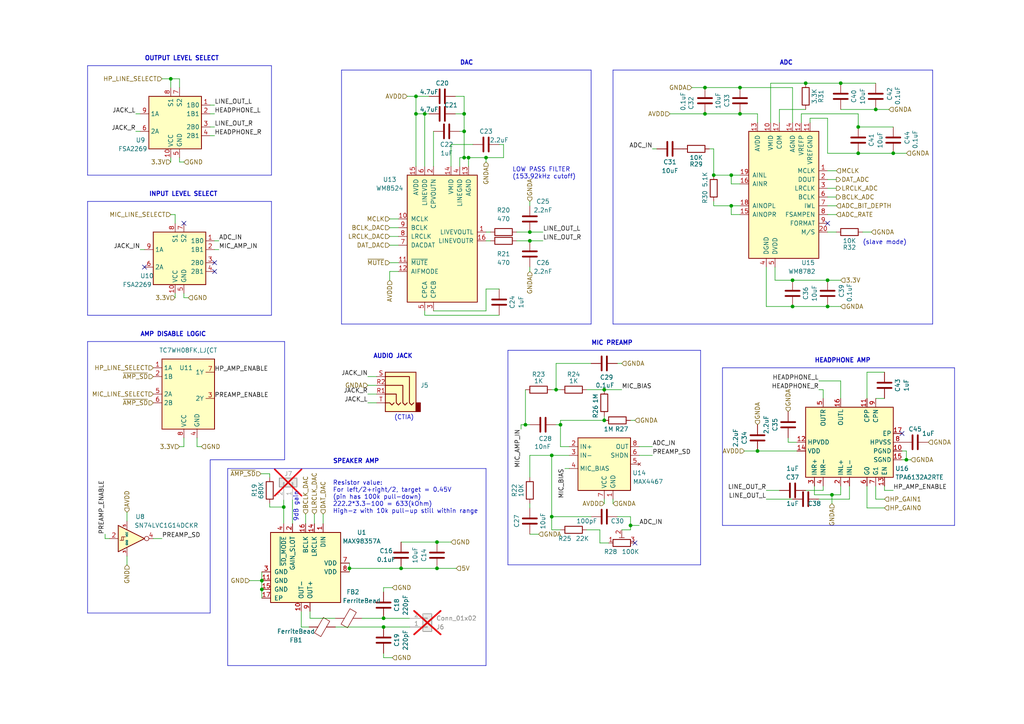
<source format=kicad_sch>
(kicad_sch (version 20250114) (generator "eeschema") (generator_version "9.0")
  (paper "A4")
  (title_block (title "Sonatino") (date "2025-02-22") (company "Lumination Labs, Inc."))
  (lib_symbols
    (symbol "74xGxx:SN74LVC1G14DBV"
      (property "Reference" "U" (at -2.54 5.08 0))
      (property "Value" "SN74LVC1G14DBV" (at 10.16 5.08 0))
      (symbol "SN74LVC1G14DBV_1_1"
        (pin input line (at -5.08 0 0) (length 2.54) (name "~") (number "2"))
        (pin power_in line (at 0 5.08 270) (length 2.54) (name "VCC") (number "5"))
        (pin power_in line (at 0 -5.08 90) (length 2.54) (name "GND") (number "3"))
        (pin no_connect line (at 5.08 0 180) (length 2.54) (hide yes) (name "NC") (number "1"))
        (pin output line (at 7.62 0 180) (length 1.27) (name "~") (number "4"))
      )
    )
    (symbol "Amplifier_Audio:TPA6132A2RTE"
      (property "Reference" "U" (at -7.62 13.97 0))
      (property "Value" "TPA6132A2RTE" (at 8.89 13.97 0))
      (symbol "TPA6132A2RTE_1_1"
        (pin input line (at -12.7 10.16 0) (length 2.54) (name "INR+") (number "3"))
        (pin input line (at -12.7 7.62 0) (length 2.54) (name "INR-") (number "4"))
        (pin input line (at -12.7 2.54 0) (length 2.54) (name "INL+") (number "2"))
        (pin input line (at -12.7 0 0) (length 2.54) (name "INL-") (number "1"))
        (pin input line (at -12.7 -5.08 0) (length 2.54) (name "G0") (number "6"))
        (pin input line (at -12.7 -7.62 0) (length 2.54) (name "G1") (number "7"))
        (pin input line (at -12.7 -10.16 0) (length 2.54) (name "EN") (number "13"))
        (pin power_in line (at -5.08 -15.24 90) (length 2.54) (name "SGND") (number "15"))
        (pin power_in line (at -2.54 15.24 270) (length 2.54) (name "VDD") (number "14"))
        (pin power_in line (at -2.54 -15.24 90) (length 2.54) (name "PGND") (number "10"))
        (pin power_in line (at 0 15.24 270) (length 2.54) (name "HPVDD") (number "12"))
        (pin power_in line (at 0 -15.24 90) (length 2.54) (name "HPVSS") (number "8"))
        (pin passive line (at 2.54 -15.24 90) (length 2.54) (name "EP") (number "17"))
        (pin output line (at 12.7 7.62 180) (length 2.54) (name "OUTR") (number "5"))
        (pin output line (at 12.7 2.54 180) (length 2.54) (name "OUTL") (number "16"))
        (pin passive line (at 12.7 -5.08 180) (length 2.54) (name "CPP") (number "11"))
        (pin passive line (at 12.7 -7.62 180) (length 2.54) (name "CPN") (number "9"))
      )
    )
    (symbol "Connector:AudioJack4"
      (property "Reference" "J" (at 0 8.89 0))
      (property "Value" "AudioJack4" (at 0 6.35 0))
      (symbol "AudioJack4_1_1"
        (pin passive line (at 5.08 2.54 180) (length 2.54) (name "~") (number "S"))
        (pin passive line (at 5.08 0 180) (length 2.54) (name "~") (number "R2"))
        (pin passive line (at 5.08 -2.54 180) (length 2.54) (name "~") (number "R1"))
        (pin passive line (at 5.08 -5.08 180) (length 2.54) (name "~") (number "T"))
      )
    )
    (symbol "Connector_Generic:Conn_01x02" (pin_names (offset 1.016) (hide yes))
      (property "Reference" "J" (at 0 2.54 0))
      (property "Value" "Conn_01x02" (at 0 -5.08 0))
      (symbol "Conn_01x02_1_1"
        (pin passive line (at -5.08 0 0) (length 3.81) (name "Pin_1") (number "1"))
        (pin passive line (at -5.08 -2.54 0) (length 3.81) (name "Pin_2") (number "2"))
      )
    )
    (symbol "Custom:FSA2269_Micropak"
      (property "Reference" "U" (at -7.62 -8.89 0))
      (property "Value" "FSA2269_Micropak" (at 3.81 -8.89 0))
      (symbol "FSA2269_Micropak_1_1"
        (pin bidirectional line (at -10.16 2.54 0) (length 2.54) (name "1A") (number "9"))
        (pin bidirectional line (at -10.16 -2.54 0) (length 2.54) (name "2A") (number "6"))
        (pin input line (at -1.27 10.16 270) (length 2.54) (name "S1") (number "8"))
        (pin power_in line (at -1.27 -10.16 90) (length 2.54) (name "VCC") (number "10"))
        (pin input line (at 1.27 10.16 270) (length 2.54) (name "S2") (number "7"))
        (pin power_in line (at 1.27 -10.16 90) (length 2.54) (name "GND") (number "5"))
        (pin bidirectional line (at 10.16 5.08 180) (length 2.54) (name "1B0") (number "1"))
        (pin bidirectional line (at 10.16 2.54 180) (length 2.54) (name "1B1") (number "2"))
        (pin bidirectional line (at 10.16 -1.27 180) (length 2.54) (name "2B0") (number "3"))
        (pin bidirectional line (at 10.16 -3.81 180) (length 2.54) (name "2B1") (number "4"))
      )
    )
    (symbol "Custom:MAX4467"
      (property "Reference" "U" (at -7.62 8.89 0))
      (property "Value" "MAX4467" (at 0 8.89 0))
      (symbol "MAX4467_1_1"
        (pin input line (at -10.16 5.08 0) (length 2.54) (name "IN+") (number "2"))
        (pin input line (at -10.16 2.54 0) (length 2.54) (name "IN-") (number "3"))
        (pin input line (at -10.16 -1.27 0) (length 2.54) (name "MIC_BIAS") (number "4"))
        (pin power_in line (at 0 -10.16 90) (length 2.54) (name "VCC") (number "7"))
        (pin power_in line (at 2.54 -10.16 90) (length 2.54) (name "GND") (number "1"))
        (pin output line (at 10.16 5.08 180) (length 2.54) (name "OUT") (number "8"))
        (pin input line (at 10.16 2.54 180) (length 2.54) (name "SHDN") (number "6"))
        (pin no_connect line (at 10.16 0 180) (length 2.54) (name "") (number "5"))
      )
    )
    (symbol "Custom:MAX98357A" (pin_names (offset 1.016))
      (property "Reference" "U" (at -8.89 8.89 0))
      (property "Value" "MAX98357A" (at 8.89 11.43 0))
      (symbol "MAX98357A_1_1"
        (pin input line (at -12.7 5.08 0) (length 2.54) (name "DIN") (number "1"))
        (pin input line (at -12.7 2.54 0) (length 2.54) (name "LRCLK") (number "14"))
        (pin input line (at -12.7 0 0) (length 2.54) (name "BCLK") (number "16"))
        (pin input line (at -12.7 -3.81 0) (length 2.54) (name "GAIN_SLOT") (number "2"))
        (pin input line (at -12.7 -6.35 0) (length 2.54) (name "~{SD_MODE}") (number "4"))
        (pin power_in line (at -1.27 12.7 270) (length 2.54) (name "VDD") (number "7"))
        (pin power_in line (at 1.27 12.7 270) (length 2.54) (name "VDD") (number "8"))
        (pin power_in line (at 1.27 -12.7 90) (length 2.54) (name "GND") (number "3"))
        (pin power_in line (at 3.81 -12.7 90) (length 2.54) (name "GND") (number "11"))
        (pin power_in line (at 6.35 -12.7 90) (length 2.54) (name "GND") (number "15"))
        (pin power_in line (at 8.89 -12.7 90) (length 2.54) (name "EP") (number "17"))
        (pin output line (at 12.7 1.27 180) (length 2.54) (name "OUT+") (number "9"))
        (pin output line (at 12.7 -1.27 180) (length 2.54) (name "OUT-") (number "10"))
      )
    )
    (symbol "Custom:SN74LVC2G08"
      (property "Reference" "U" (at -6.35 11.43 0))
      (property "Value" "SN74LVC2G08" (at 12.7 -12.7 0))
      (symbol "SN74LVC2G08_1_1"
        (pin input line (at -10.16 7.62 0) (length 2.54) (name "1A") (number "1"))
        (pin input line (at -10.16 5.08 0) (length 2.54) (name "1B") (number "2"))
        (pin input line (at -10.16 0 0) (length 2.54) (name "2A") (number "5"))
        (pin input line (at -10.16 -2.54 0) (length 2.54) (name "2B") (number "6"))
        (pin power_in line (at -1.27 -12.7 90) (length 2.54) (name "VCC") (number "8"))
        (pin power_in line (at 2.54 -12.7 90) (length 2.54) (name "GND") (number "4"))
        (pin output line (at 7.62 6.35 180) (length 2.54) (name "1Y") (number "7"))
        (pin output line (at 7.62 -1.27 180) (length 2.54) (name "2Y") (number "3"))
      )
    )
    (symbol "Custom:WM8524" (pin_names (offset 1.016))
      (property "Reference" "U" (at 3.81 6.35 0))
      (property "Value" "WM8524" (at 5.08 -17.78 0))
      (symbol "WM8524_1_1"
        (pin input line (at -12.7 5.08 0) (length 2.54) (name "MCLK") (number "10"))
        (pin input line (at -12.7 2.54 0) (length 2.54) (name "BCLK") (number "9"))
        (pin input line (at -12.7 0 0) (length 2.54) (name "LRCLK") (number "8"))
        (pin input line (at -12.7 -2.54 0) (length 2.54) (name "DACDAT") (number "7"))
        (pin input line (at -12.7 -7.62 0) (length 2.54) (name "~{MUTE}") (number "11"))
        (pin input line (at -12.7 -10.16 0) (length 2.54) (name "AIFMODE") (number "12"))
        (pin power_in line (at -7.62 20.32 270) (length 2.54) (name "AVDD") (number "15"))
        (pin power_in line (at -5.08 20.32 270) (length 2.54) (name "LINEVDD") (number "6"))
        (pin passive line (at -5.08 -21.59 90) (length 2.54) (name "CPCA") (number "5"))
        (pin passive line (at -2.54 20.32 270) (length 2.54) (name "CPVOUTN") (number "2"))
        (pin passive line (at -2.54 -21.59 90) (length 2.54) (name "CPCB") (number "3"))
        (pin passive line (at 2.54 20.32 270) (length 2.54) (name "VMID") (number "14"))
        (pin power_in line (at 5.08 20.32 270) (length 2.54) (name "LINEGND") (number "4"))
        (pin power_in line (at 7.62 20.32 270) (length 2.54) (name "AGND") (number "13"))
        (pin output line (at 12.7 1.27 180) (length 2.54) (name "LIVEVOUTL") (number "1"))
        (pin output line (at 12.7 -1.27 180) (length 2.54) (name "LINEVOUTR") (number "16"))
      )
    )
    (symbol "Custom:WM8782" (pin_names (offset 1.016))
      (property "Reference" "U" (at 0 -1.27 0))
      (property "Value" "WM8782" (at 5.08 -17.78 0))
      (symbol "WM8782_1_1"
        (pin input line (at -12.7 5.08 0) (length 2.54) (name "AINL") (number "19"))
        (pin passive line (at -12.7 2.54 0) (length 2.54) (name "AINR") (number "16"))
        (pin passive line (at -12.7 -3.81 0) (length 2.54) (name "AINOPL") (number "18"))
        (pin passive line (at -12.7 -6.35 0) (length 2.54) (name "AINOPR") (number "15"))
        (pin power_in line (at -7.62 20.32 270) (length 2.54) (name "AVDD") (number "13"))
        (pin power_in line (at -5.08 -21.59 90) (length 2.54) (name "DGND") (number "4"))
        (pin power_in line (at -3.81 20.32 270) (length 2.54) (name "VMID") (number "10"))
        (pin power_in line (at -2.54 -21.59 90) (length 2.54) (name "DVDD") (number "5"))
        (pin power_in line (at -1.27 20.32 270) (length 2.54) (name "COM") (number "17"))
        (pin power_in line (at 2.54 20.32 270) (length 2.54) (name "AGND") (number "14"))
        (pin power_in line (at 5.08 20.32 270) (length 2.54) (name "VREFP") (number "12"))
        (pin power_in line (at 7.62 20.32 270) (length 2.54) (name "VREFGND") (number "11"))
        (pin input line (at 12.7 6.35 180) (length 2.54) (name "MCLK") (number "1"))
        (pin output line (at 12.7 3.81 180) (length 2.54) (name "DOUT") (number "2"))
        (pin bidirectional line (at 12.7 1.27 180) (length 2.54) (name "LRCLK") (number "3"))
        (pin bidirectional line (at 12.7 -1.27 180) (length 2.54) (name "BCLK") (number "6"))
        (pin input line (at 12.7 -3.81 180) (length 2.54) (name "IWL") (number "7"))
        (pin input line (at 12.7 -6.35 180) (length 2.54) (name "FSAMPEN") (number "8"))
        (pin input line (at 12.7 -8.89 180) (length 2.54) (name "FORMAT") (number "9"))
        (pin input line (at 12.7 -11.43 180) (length 2.54) (name "M/S") (number "20"))
      )
    )
    (symbol "Device:C" (pin_numbers (hide yes)) (pin_names (offset 0.254))
      (property "Reference" "C" (at 0.635 2.54 0))
      (property "Value" "C" (at 0.635 -2.54 0))
      (symbol "C_1_1"
        (pin passive line (at 0 3.81 270) (length 2.794) (name "~") (number "1"))
        (pin passive line (at 0 -3.81 90) (length 2.794) (name "~") (number "2"))
      )
    )
    (symbol "Device:FerriteBead" (pin_numbers (hide yes)) (pin_names (offset 0))
      (property "Reference" "FB" (at -3.81 0.635 90))
      (property "Value" "FerriteBead" (at 3.81 0 90))
      (symbol "FerriteBead_1_1"
        (pin passive line (at 0 3.81 270) (length 2.54) (name "~") (number "1"))
        (pin passive line (at 0 -3.81 90) (length 2.54) (name "~") (number "2"))
      )
    )
    (symbol "Device:R" (pin_numbers (hide yes)) (pin_names (offset 0))
      (property "Reference" "R" (at 2.032 0 90))
      (property "Value" "R" (at 0 0 90))
      (symbol "R_1_1"
        (pin passive line (at 0 3.81 270) (length 1.27) (name "~") (number "1"))
        (pin passive line (at 0 -3.81 90) (length 1.27) (name "~") (number "2"))
      )
    )
    (symbol "Device:R_Potentiometer_Trim" (pin_names (offset 1.016) (hide yes))
      (property "Reference" "RV" (at -4.445 0 90))
      (property "Value" "R_Potentiometer_Trim" (at -2.54 0 90))
      (symbol "R_Potentiometer_Trim_1_1"
        (pin passive line (at 0 3.81 270) (length 1.27) (name "1") (number "1"))
        (pin passive line (at 0 -3.81 90) (length 1.27) (name "3") (number "3"))
        (pin passive line (at 3.81 0 180) (length 1.27) (name "2") (number "2"))
      )
    )
  )
  (text "9dB gain" (at 86.614 151.384 90) (effects (font (size 1.27 1.27)) (justify left bottom)))
  (text "ADC" (at 226.06 19.05 0) (effects (font (size 1.27 1.27) (thickness 0.254) (bold yes)) (justify left bottom)))
  (text "MIC PREAMP" (at 171.45 100.33 0) (effects (font (size 1.27 1.27) (thickness 0.254) (bold yes)) (justify left bottom)))
  (text "LOW PASS FILTER\n(153.92kHz cutoff)" (at 148.59 52.07 0) (effects (font (size 1.27 1.27)) (justify left bottom)))
  (text "INPUT LEVEL SELECT" (at 43.18 57.15 0) (effects (font (size 1.27 1.27) (thickness 0.254) (bold yes)) (justify left bottom)))
  (text "(slave mode)" (at 250.19 71.12 0) (effects (font (size 1.27 1.27)) (justify left bottom)))
  (text "SPEAKER AMP" (at 96.52 134.62 0) (effects (font (size 1.27 1.27) (thickness 0.254) (bold yes)) (justify left bottom)))
  (text "AMP DISABLE LOGIC" (at 40.64 97.79 0) (effects (font (size 1.27 1.27) (thickness 0.254) (bold yes)) (justify left bottom)))
  (text "OUTPUT LEVEL SELECT" (at 41.91 17.78 0) (effects (font (size 1.27 1.27) (thickness 0.254) (bold yes)) (justify left bottom)))
  (text "AUDIO JACK" (at 108.204 104.14 0) (effects (font (size 1.27 1.27) (thickness 0.254) (bold yes)) (justify left bottom)))
  (text "Resistor value:\nFor left/2+right/2, target = 0.45V\n(pin has 100k pull-down)\n222.2*3.3-100 = 633(kOhm)\nHigh-z with 10k pull-up still within range" (at 96.52 149.098 0) (effects (font (size 1.27 1.27)) (justify left bottom)))
  (text "DAC" (at 133.35 19.05 0) (effects (font (size 1.27 1.27) (thickness 0.254) (bold yes)) (justify left bottom)))
  (text "HEADPHONE AMP" (at 236.22 105.41 0) (effects (font (size 1.27 1.27) (thickness 0.254) (bold yes)) (justify left bottom)))
  (text "(CTIA)" (at 114.3 121.92 0) (effects (font (size 1.27 1.27)) (justify left bottom)))
  (junction (at 214.63 33.02))
  (junction (at 243.84 24.13))
  (junction (at 212.09 59.69))
  (junction (at 135.89 45.72))
  (junction (at 207.01 50.8))
  (junction (at 111.252 179.324))
  (junction (at 229.87 88.9))
  (junction (at 160.02 149.86))
  (junction (at 134.62 33.02))
  (junction (at 140.97 45.72))
  (junction (at 162.56 123.19))
  (junction (at 204.47 33.02))
  (junction (at 120.65 33.02))
  (junction (at 75.946 170.942))
  (junction (at 49.53 22.86))
  (junction (at 134.62 45.72))
  (junction (at 240.03 81.28))
  (junction (at 175.26 113.03))
  (junction (at 240.03 88.9))
  (junction (at 259.08 44.45))
  (junction (at 120.65 27.94))
  (junction (at 204.47 25.4))
  (junction (at 152.4 123.19))
  (junction (at 254 31.75))
  (junction (at 126.746 164.846))
  (junction (at 212.09 50.8))
  (junction (at 126.746 157.226))
  (junction (at 123.19 33.02))
  (junction (at 153.67 69.85))
  (junction (at 248.92 44.45))
  (junction (at 101.346 164.846))
  (junction (at 248.92 36.83))
  (junction (at 161.29 113.03))
  (junction (at 219.71 130.81))
  (junction (at 214.63 25.4))
  (junction (at 262.89 133.35))
  (junction (at 111.252 181.864))
  (junction (at 82.296 147.066))
  (junction (at 116.332 164.846))
  (junction (at 160.02 132.08))
  (junction (at 75.946 168.402))
  (junction (at 182.88 152.4))
  (junction (at 134.62 38.1))
  (junction (at 233.68 24.13))
  (junction (at 229.87 81.28))
  (junction (at 241.3 143.51))
  (junction (at 153.67 67.31))
  (junction (at 175.26 121.92))
  (no_connect (at 62.23 76.2))
  (no_connect (at 62.23 78.74))
  (no_connect (at 41.91 77.47))
  (no_connect (at 184.15 157.48))
  (no_connect (at 53.34 64.77))
  (no_connect (at 240.03 64.77))
  (no_connect (at 261.62 125.73))
  (polyline (pts (xy 147.32 163.83) (xy 203.2 163.83)))
  (wire (pts (xy 243.84 140.97) (xy 243.84 143.51)))
  (wire (pts (xy 101.346 165.862) (xy 101.346 164.846)))
  (wire (pts (xy 120.65 33.02) (xy 120.65 48.26)))
  (wire (pts (xy 256.54 140.97) (xy 256.54 142.24)))
  (polyline (pts (xy 66.04 135.89) (xy 66.04 193.04)))
  (wire (pts (xy 111.252 170.434) (xy 111.252 171.704)))
  (polyline (pts (xy 25.4 58.42) (xy 25.4 91.44)))
  (wire (pts (xy 173.99 153.67) (xy 173.99 157.48)))
  (wire (pts (xy 212.09 53.34) (xy 214.63 53.34)))
  (wire (pts (xy 229.87 81.28) (xy 240.03 81.28)))
  (wire (pts (xy 133.35 38.1) (xy 134.62 38.1)))
  (polyline (pts (xy 25.4 177.8) (xy 60.96 177.8)))
  (wire (pts (xy 52.07 22.86) (xy 49.53 22.86)))
  (wire (pts (xy 153.67 138.43) (xy 153.67 132.08)))
  (wire (pts (xy 151.13 123.19) (xy 152.4 123.19)))
  (wire (pts (xy 133.35 45.72) (xy 133.35 48.26)))
  (wire (pts (xy 106.68 111.76) (xy 109.22 111.76)))
  (wire (pts (xy 160.02 149.86) (xy 171.45 149.86)))
  (wire (pts (xy 75.692 137.414) (xy 78.232 137.414)))
  (polyline (pts (xy 25.4 50.8) (xy 78.74 50.8)))
  (wire (pts (xy 123.19 91.44) (xy 144.78 91.44)))
  (wire (pts (xy 165.1 135.89) (xy 163.83 135.89)))
  (wire (pts (xy 36.83 148.59) (xy 36.83 151.13)))
  (wire (pts (xy 87.376 177.292) (xy 87.376 181.864)))
  (wire (pts (xy 224.79 81.28) (xy 229.87 81.28)))
  (wire (pts (xy 53.34 86.36) (xy 53.34 85.09)))
  (wire (pts (xy 160.02 132.08) (xy 165.1 132.08)))
  (wire (pts (xy 135.89 45.72) (xy 135.89 48.26)))
  (wire (pts (xy 182.88 152.4) (xy 185.42 152.4)))
  (wire (pts (xy 153.67 67.31) (xy 157.48 67.31)))
  (wire (pts (xy 240.03 67.31) (xy 242.57 67.31)))
  (wire (pts (xy 60.96 36.83) (xy 62.23 36.83)))
  (polyline (pts (xy 99.06 20.32) (xy 99.06 93.98)))
  (wire (pts (xy 182.88 121.92) (xy 184.15 121.92)))
  (wire (pts (xy 240.03 57.15) (xy 242.57 57.15)))
  (wire (pts (xy 161.29 113.03) (xy 162.56 113.03)))
  (wire (pts (xy 256.54 144.78) (xy 254 144.78)))
  (polyline (pts (xy 276.86 152.4) (xy 276.86 106.68)))
  (wire (pts (xy 140.97 90.17) (xy 140.97 83.82)))
  (wire (pts (xy 125.73 90.17) (xy 140.97 90.17)))
  (wire (pts (xy 219.71 130.81) (xy 231.14 130.81)))
  (wire (pts (xy 237.49 110.49) (xy 243.84 110.49)))
  (wire (pts (xy 173.99 157.48) (xy 176.53 157.48)))
  (wire (pts (xy 237.49 144.78) (xy 246.38 144.78)))
  (wire (pts (xy 214.63 33.02) (xy 219.71 33.02)))
  (wire (pts (xy 106.68 114.3) (xy 109.22 114.3)))
  (wire (pts (xy 224.79 81.28) (xy 224.79 77.47)))
  (wire (pts (xy 243.84 143.51) (xy 241.3 143.51)))
  (wire (pts (xy 261.62 130.81) (xy 262.89 130.81)))
  (wire (pts (xy 134.62 45.72) (xy 133.35 45.72)))
  (wire (pts (xy 262.89 130.81) (xy 262.89 133.35)))
  (wire (pts (xy 87.376 181.864) (xy 89.662 181.864)))
  (wire (pts (xy 240.03 34.29) (xy 240.03 44.45)))
  (wire (pts (xy 222.25 144.78) (xy 229.87 144.78)))
  (wire (pts (xy 240.03 62.23) (xy 242.57 62.23)))
  (wire (pts (xy 53.34 127) (xy 53.34 129.54)))
  (wire (pts (xy 116.332 157.226) (xy 126.746 157.226)))
  (wire (pts (xy 146.05 41.91) (xy 144.78 41.91)))
  (polyline (pts (xy 25.4 19.05) (xy 78.74 19.05)))
  (wire (pts (xy 57.15 129.54) (xy 58.42 129.54)))
  (wire (pts (xy 248.92 33.02) (xy 248.92 36.83)))
  (wire (pts (xy 72.39 168.402) (xy 75.946 168.402)))
  (wire (pts (xy 175.26 146.05) (xy 175.26 144.78)))
  (wire (pts (xy 140.97 69.85) (xy 142.24 69.85)))
  (polyline (pts (xy 99.06 93.98) (xy 171.45 93.98)))
  (wire (pts (xy 160.02 113.03) (xy 161.29 113.03)))
  (wire (pts (xy 162.56 129.54) (xy 165.1 129.54)))
  (wire (pts (xy 49.53 22.86) (xy 46.99 22.86)))
  (wire (pts (xy 82.296 145.034) (xy 82.296 147.066)))
  (wire (pts (xy 153.67 77.47) (xy 153.67 78.74)))
  (wire (pts (xy 170.18 113.03) (xy 175.26 113.03)))
  (wire (pts (xy 229.87 88.9) (xy 240.03 88.9)))
  (wire (pts (xy 49.53 45.72) (xy 49.53 46.99)))
  (wire (pts (xy 161.29 105.41) (xy 161.29 113.03)))
  (wire (pts (xy 228.6 128.27) (xy 228.6 127)))
  (wire (pts (xy 93.726 149.098) (xy 93.726 151.892)))
  (wire (pts (xy 78.232 137.414) (xy 78.232 138.43)))
  (wire (pts (xy 259.08 44.45) (xy 262.89 44.45)))
  (wire (pts (xy 214.63 25.4) (xy 204.47 25.4)))
  (wire (pts (xy 36.83 161.29) (xy 36.83 163.83)))
  (wire (pts (xy 160.02 149.86) (xy 160.02 153.67)))
  (wire (pts (xy 236.22 140.97) (xy 236.22 143.51)))
  (wire (pts (xy 153.67 69.85) (xy 157.48 69.85)))
  (wire (pts (xy 60.96 30.48) (xy 62.23 30.48)))
  (wire (pts (xy 212.09 62.23) (xy 214.63 62.23)))
  (wire (pts (xy 116.332 164.846) (xy 126.746 164.846)))
  (wire (pts (xy 240.03 81.28) (xy 243.84 81.28)))
  (polyline (pts (xy 171.45 93.98) (xy 171.45 20.32)))
  (wire (pts (xy 256.54 142.24) (xy 259.08 142.24)))
  (wire (pts (xy 75.946 165.862) (xy 75.946 168.402)))
  (wire (pts (xy 190.5 43.18) (xy 189.23 43.18)))
  (wire (pts (xy 207.01 58.42) (xy 207.01 59.69)))
  (wire (pts (xy 177.8 146.05) (xy 177.8 144.78)))
  (polyline (pts (xy 66.04 193.04) (xy 140.97 193.04)))
  (wire (pts (xy 222.25 88.9) (xy 222.25 77.47)))
  (polyline (pts (xy 66.04 135.89) (xy 140.97 135.89)))
  (wire (pts (xy 248.92 44.45) (xy 259.08 44.45)))
  (wire (pts (xy 240.03 59.69) (xy 242.57 59.69)))
  (wire (pts (xy 256.54 147.32) (xy 251.46 147.32)))
  (wire (pts (xy 185.42 129.54) (xy 189.23 129.54)))
  (wire (pts (xy 30.48 154.94) (xy 30.48 156.21)))
  (wire (pts (xy 123.19 33.02) (xy 124.46 33.02)))
  (polyline (pts (xy 147.32 101.6) (xy 147.32 163.83)))
  (wire (pts (xy 179.07 149.86) (xy 182.88 149.86)))
  (wire (pts (xy 226.06 35.56) (xy 226.06 31.75)))
  (polyline (pts (xy 270.51 93.98) (xy 177.8 93.98)))
  (wire (pts (xy 254 115.57) (xy 256.54 115.57)))
  (wire (pts (xy 171.45 105.41) (xy 161.29 105.41)))
  (wire (pts (xy 130.81 41.91) (xy 137.16 41.91)))
  (wire (pts (xy 153.67 154.94) (xy 156.21 154.94)))
  (polyline (pts (xy 25.4 99.06) (xy 25.4 177.8)))
  (wire (pts (xy 113.03 66.04) (xy 115.57 66.04)))
  (wire (pts (xy 246.38 144.78) (xy 246.38 140.97)))
  (wire (pts (xy 233.68 142.24) (xy 238.76 142.24)))
  (wire (pts (xy 106.68 109.22) (xy 109.22 109.22)))
  (wire (pts (xy 179.07 105.41) (xy 180.34 105.41)))
  (wire (pts (xy 134.62 38.1) (xy 134.62 45.72)))
  (wire (pts (xy 44.45 156.21) (xy 46.99 156.21)))
  (wire (pts (xy 104.902 179.324) (xy 111.252 179.324)))
  (wire (pts (xy 50.8 62.23) (xy 49.53 62.23)))
  (wire (pts (xy 89.916 179.324) (xy 97.282 179.324)))
  (wire (pts (xy 53.34 46.99) (xy 52.07 46.99)))
  (wire (pts (xy 126.746 164.846) (xy 132.334 164.846)))
  (wire (pts (xy 264.16 133.35) (xy 262.89 133.35)))
  (wire (pts (xy 205.74 43.18) (xy 207.01 43.18)))
  (wire (pts (xy 140.97 45.72) (xy 135.89 45.72)))
  (wire (pts (xy 175.26 120.65) (xy 175.26 121.92)))
  (wire (pts (xy 40.64 72.39) (xy 41.91 72.39)))
  (wire (pts (xy 207.01 59.69) (xy 212.09 59.69)))
  (wire (pts (xy 101.346 164.846) (xy 116.332 164.846)))
  (wire (pts (xy 152.4 123.19) (xy 153.67 123.19)))
  (wire (pts (xy 223.52 24.13) (xy 223.52 35.56)))
  (wire (pts (xy 240.03 44.45) (xy 248.92 44.45)))
  (wire (pts (xy 82.296 147.066) (xy 82.296 151.892)))
  (wire (pts (xy 222.25 88.9) (xy 229.87 88.9)))
  (polyline (pts (xy 203.2 163.83) (xy 203.2 101.6)))
  (wire (pts (xy 152.4 113.03) (xy 152.4 123.19)))
  (wire (pts (xy 170.18 153.67) (xy 173.99 153.67)))
  (polyline (pts (xy 78.74 50.8) (xy 78.74 19.05)))
  (polyline (pts (xy 177.8 93.98) (xy 177.8 20.32)))
  (wire (pts (xy 106.68 116.84) (xy 109.22 116.84)))
  (wire (pts (xy 236.22 143.51) (xy 241.3 143.51)))
  (wire (pts (xy 113.03 81.28) (xy 113.03 78.74)))
  (wire (pts (xy 146.05 41.91) (xy 146.05 45.72)))
  (wire (pts (xy 238.76 142.24) (xy 238.76 140.97)))
  (polyline (pts (xy 25.4 91.44) (xy 78.74 91.44)))
  (wire (pts (xy 250.19 67.31) (xy 252.73 67.31)))
  (wire (pts (xy 234.95 34.29) (xy 240.03 34.29)))
  (wire (pts (xy 254 31.75) (xy 257.81 31.75)))
  (wire (pts (xy 233.68 24.13) (xy 243.84 24.13)))
  (wire (pts (xy 126.746 157.226) (xy 130.81 157.226)))
  (wire (pts (xy 113.03 76.2) (xy 115.57 76.2)))
  (wire (pts (xy 240.03 52.07) (xy 242.57 52.07)))
  (wire (pts (xy 53.34 129.54) (xy 52.07 129.54)))
  (wire (pts (xy 175.26 121.92) (xy 162.56 121.92)))
  (polyline (pts (xy 60.96 133.35) (xy 60.96 177.8)))
  (wire (pts (xy 113.03 63.5) (xy 115.57 63.5)))
  (wire (pts (xy 262.89 133.35) (xy 261.62 133.35)))
  (wire (pts (xy 226.06 31.75) (xy 233.68 31.75)))
  (wire (pts (xy 237.49 113.03) (xy 238.76 113.03)))
  (wire (pts (xy 189.23 132.08) (xy 185.42 132.08)))
  (wire (pts (xy 134.62 33.02) (xy 134.62 38.1)))
  (wire (pts (xy 243.84 110.49) (xy 243.84 115.57)))
  (wire (pts (xy 50.8 64.77) (xy 50.8 62.23)))
  (polyline (pts (xy 270.51 20.32) (xy 270.51 93.98)))
  (polyline (pts (xy 209.55 152.4) (xy 276.86 152.4)))
  (wire (pts (xy 232.41 35.56) (xy 232.41 33.02)))
  (wire (pts (xy 215.9 130.81) (xy 219.71 130.81)))
  (wire (pts (xy 60.96 33.02) (xy 62.23 33.02)))
  (wire (pts (xy 233.68 24.13) (xy 223.52 24.13)))
  (wire (pts (xy 243.84 31.75) (xy 254 31.75)))
  (wire (pts (xy 248.92 36.83) (xy 259.08 36.83)))
  (wire (pts (xy 62.23 69.85) (xy 63.5 69.85)))
  (wire (pts (xy 113.03 68.58) (xy 115.57 68.58)))
  (wire (pts (xy 153.67 146.05) (xy 153.67 147.32)))
  (wire (pts (xy 207.01 50.8) (xy 212.09 50.8)))
  (wire (pts (xy 120.65 33.02) (xy 123.19 33.02)))
  (wire (pts (xy 39.37 33.02) (xy 40.64 33.02)))
  (wire (pts (xy 232.41 33.02) (xy 248.92 33.02)))
  (wire (pts (xy 97.282 181.864) (xy 111.252 181.864)))
  (wire (pts (xy 243.84 24.13) (xy 254 24.13)))
  (wire (pts (xy 57.15 127) (xy 57.15 129.54)))
  (polyline (pts (xy 147.32 101.6) (xy 203.2 101.6)))
  (wire (pts (xy 111.252 189.484) (xy 111.252 190.754)))
  (wire (pts (xy 75.946 168.402) (xy 75.946 170.942)))
  (wire (pts (xy 111.252 179.324) (xy 118.872 179.324)))
  (wire (pts (xy 182.88 153.67) (xy 182.88 152.4)))
  (wire (pts (xy 120.65 27.94) (xy 124.46 27.94)))
  (wire (pts (xy 160.02 153.67) (xy 162.56 153.67)))
  (wire (pts (xy 175.26 113.03) (xy 180.34 113.03)))
  (wire (pts (xy 89.916 179.324) (xy 89.916 177.292)))
  (wire (pts (xy 240.03 49.53) (xy 242.57 49.53)))
  (wire (pts (xy 49.53 25.4) (xy 49.53 22.86)))
  (wire (pts (xy 254 144.78) (xy 254 140.97)))
  (polyline (pts (xy 171.45 20.32) (xy 99.06 20.32)))
  (wire (pts (xy 149.86 67.31) (xy 153.67 67.31)))
  (wire (pts (xy 52.07 25.4) (xy 52.07 22.86)))
  (wire (pts (xy 113.792 170.434) (xy 111.252 170.434)))
  (polyline (pts (xy 60.96 133.35) (xy 82.55 133.35)))
  (wire (pts (xy 204.47 25.4) (xy 200.66 25.4)))
  (wire (pts (xy 153.67 58.42) (xy 153.67 59.69)))
  (wire (pts (xy 140.97 83.82) (xy 144.78 83.82)))
  (polyline (pts (xy 25.4 99.06) (xy 82.55 99.06)))
  (wire (pts (xy 219.71 33.02) (xy 219.71 35.56)))
  (wire (pts (xy 231.14 128.27) (xy 228.6 128.27)))
  (wire (pts (xy 134.62 27.94) (xy 134.62 33.02)))
  (polyline (pts (xy 25.4 58.42) (xy 78.74 58.42)))
  (wire (pts (xy 212.09 59.69) (xy 214.63 59.69)))
  (polyline (pts (xy 82.55 133.35) (xy 82.55 99.06)))
  (wire (pts (xy 39.37 38.1) (xy 40.64 38.1)))
  (wire (pts (xy 50.8 85.09) (xy 50.8 86.36)))
  (wire (pts (xy 52.07 46.99) (xy 52.07 45.72)))
  (wire (pts (xy 75.946 170.942) (xy 75.946 173.482)))
  (wire (pts (xy 240.03 54.61) (xy 242.57 54.61)))
  (wire (pts (xy 161.29 123.19) (xy 162.56 123.19)))
  (wire (pts (xy 182.88 149.86) (xy 182.88 152.4)))
  (wire (pts (xy 140.97 67.31) (xy 142.24 67.31)))
  (wire (pts (xy 222.25 142.24) (xy 226.06 142.24)))
  (wire (pts (xy 214.63 25.4) (xy 229.87 25.4)))
  (wire (pts (xy 240.03 88.9) (xy 243.84 88.9)))
  (polyline (pts (xy 78.74 91.44) (xy 78.74 58.42)))
  (wire (pts (xy 60.96 39.37) (xy 62.23 39.37)))
  (wire (pts (xy 241.3 143.51) (xy 241.3 146.05)))
  (wire (pts (xy 118.11 27.94) (xy 120.65 27.94)))
  (wire (pts (xy 212.09 50.8) (xy 214.63 50.8)))
  (wire (pts (xy 123.19 33.02) (xy 123.19 48.26)))
  (wire (pts (xy 212.09 59.69) (xy 212.09 62.23)))
  (wire (pts (xy 162.56 121.92) (xy 162.56 123.19)))
  (wire (pts (xy 134.62 45.72) (xy 135.89 45.72)))
  (wire (pts (xy 132.08 27.94) (xy 134.62 27.94)))
  (wire (pts (xy 151.13 124.46) (xy 151.13 123.19)))
  (wire (pts (xy 101.346 163.322) (xy 101.346 164.846)))
  (wire (pts (xy 84.836 145.034) (xy 84.836 151.892)))
  (wire (pts (xy 125.73 38.1) (xy 125.73 48.26)))
  (wire (pts (xy 180.34 153.67) (xy 182.88 153.67)))
  (wire (pts (xy 149.86 69.85) (xy 153.67 69.85)))
  (wire (pts (xy 132.08 33.02) (xy 134.62 33.02)))
  (wire (pts (xy 88.646 149.098) (xy 88.646 151.892)))
  (wire (pts (xy 91.186 149.098) (xy 91.186 151.892)))
  (wire (pts (xy 78.232 147.066) (xy 82.296 147.066)))
  (wire (pts (xy 54.61 86.36) (xy 53.34 86.36)))
  (wire (pts (xy 113.792 190.754) (xy 111.252 190.754)))
  (wire (pts (xy 146.05 45.72) (xy 140.97 45.72)))
  (wire (pts (xy 214.63 33.02) (xy 204.47 33.02)))
  (wire (pts (xy 120.65 27.94) (xy 120.65 33.02)))
  (wire (pts (xy 256.54 107.95) (xy 251.46 107.95)))
  (wire (pts (xy 229.87 25.4) (xy 229.87 35.56)))
  (wire (pts (xy 212.09 50.8) (xy 212.09 53.34)))
  (wire (pts (xy 234.95 35.56) (xy 234.95 34.29)))
  (wire (pts (xy 78.232 146.05) (xy 78.232 147.066)))
  (wire (pts (xy 111.252 181.864) (xy 118.872 181.864)))
  (polyline (pts (xy 209.55 106.68) (xy 276.86 106.68)))
  (polyline (pts (xy 177.8 20.32) (xy 270.51 20.32)))
  (wire (pts (xy 30.48 156.21) (xy 31.75 156.21)))
  (wire (pts (xy 160.02 132.08) (xy 160.02 149.86)))
  (wire (pts (xy 251.46 140.97) (xy 251.46 147.32)))
  (wire (pts (xy 140.97 45.72) (xy 140.97 46.99)))
  (wire (pts (xy 113.03 71.12) (xy 115.57 71.12)))
  (wire (pts (xy 238.76 113.03) (xy 238.76 115.57)))
  (wire (pts (xy 162.56 123.19) (xy 162.56 129.54)))
  (polyline (pts (xy 209.55 106.68) (xy 209.55 152.4)))
  (wire (pts (xy 153.67 132.08) (xy 160.02 132.08)))
  (wire (pts (xy 62.23 72.39) (xy 63.5 72.39)))
  (wire (pts (xy 207.01 43.18) (xy 207.01 50.8)))
  (wire (pts (xy 130.81 48.26) (xy 130.81 41.91)))
  (wire (pts (xy 251.46 107.95) (xy 251.46 115.57)))
  (wire (pts (xy 204.47 33.02) (xy 194.31 33.02)))
  (polyline (pts (xy 140.97 193.04) (xy 140.97 135.89)))
  (wire (pts (xy 113.03 78.74) (xy 115.57 78.74)))
  (wire (pts (xy 123.19 90.17) (xy 123.19 91.44)))
  (polyline (pts (xy 25.4 19.05) (xy 25.4 50.8)))
  (label "JACK_L" (at 39.37 33.02 180))
  (label "HP_AMP_ENABLE" (at 259.08 142.24 0))
  (label "LINE_OUT_L" (at 222.25 144.78 180))
  (label "ADC_IN" (at 189.23 129.54 0))
  (label "ADC_IN" (at 189.23 43.18 180))
  (label "MIC_BIAS" (at 163.83 135.89 270))
  (label "ADC_IN" (at 185.42 152.4 0))
  (label "LINE_OUT_R" (at 222.25 142.24 180))
  (label "HP_AMP_ENABLE" (at 62.23 107.95 0))
  (label "JACK_L" (at 106.68 116.84 180))
  (label "JACK_R" (at 106.68 114.3 180))
  (label "PREAMP_ENABLE" (at 30.48 154.94 90))
  (label "ADC_IN" (at 63.5 69.85 0))
  (label "JACK_IN" (at 106.68 109.22 180))
  (label "PREAMP_SD" (at 46.99 156.21 0))
  (label "MIC_AMP_IN" (at 63.5 72.39 0))
  (label "PREAMP_SD" (at 189.23 132.08 0))
  (label "LINE_OUT_L" (at 62.23 30.48 0))
  (label "MIC_BIAS" (at 180.34 113.03 0))
  (label "LINE_OUT_R" (at 157.48 69.85 0))
  (label "PREAMP_ENABLE" (at 62.23 115.57 0))
  (label "LINE_OUT_L" (at 157.48 67.31 0))
  (label "MIC_AMP_IN" (at 151.13 124.46 270))
  (label "JACK_R" (at 39.37 38.1 180))
  (label "LINE_OUT_R" (at 62.23 36.83 0))
  (label "HEADPHONE_L" (at 62.23 33.02 0))
  (label "HEADPHONE_L" (at 237.49 110.49 180))
  (label "HEADPHONE_R" (at 62.23 39.37 0))
  (label "HEADPHONE_R" (at 237.49 113.03 180))
  (label "JACK_IN" (at 40.64 72.39 180))
  (hierarchical_label "~{MUTE}" (shape input) (at 113.03 76.2 180))
  (hierarchical_label "HP_LINE_SELECT" (shape input) (at 46.99 22.86 180))
  (hierarchical_label "MCLK" (shape input) (at 242.57 49.53 0))
  (hierarchical_label "MIC_LINE_SELECT" (shape input) (at 49.53 62.23 180))
  (hierarchical_label "5V" (shape input) (at 132.334 164.846 0))
  (hierarchical_label "GNDA" (shape input) (at 257.81 31.75 0))
  (hierarchical_label "LRCLK_DAC" (shape input) (at 113.03 68.58 180))
  (hierarchical_label "AVDD" (shape input) (at 215.9 130.81 180))
  (hierarchical_label "HP_LINE_SELECT" (shape input) (at 44.45 106.68 180))
  (hierarchical_label "ADC_BIT_DEPTH" (shape input) (at 242.57 59.69 0))
  (hierarchical_label "GND" (shape input) (at 58.42 129.54 0))
  (hierarchical_label "~{AMP_SD}" (shape input) (at 75.692 137.414 180))
  (hierarchical_label "GNDA" (shape input) (at 106.68 111.76 180))
  (hierarchical_label "DAT_DAC" (shape input) (at 93.726 149.098 90))
  (hierarchical_label "GNDA" (shape input) (at 200.66 25.4 180))
  (hierarchical_label "AVDD" (shape input) (at 175.26 146.05 180))
  (hierarchical_label "HP_GAIN1" (shape input) (at 256.54 144.78 0))
  (hierarchical_label "3.3V" (shape input) (at 49.53 46.99 180))
  (hierarchical_label "~{AMP_SD}" (shape input) (at 44.45 116.84 180))
  (hierarchical_label "AVDD" (shape input) (at 36.83 148.59 90))
  (hierarchical_label "GNDA" (shape input) (at 264.16 133.35 0))
  (hierarchical_label "AVDD" (shape input) (at 118.11 27.94 180))
  (hierarchical_label "GNDA" (shape input) (at 156.21 154.94 0))
  (hierarchical_label "BCLK_DAC" (shape input) (at 113.03 66.04 180))
  (hierarchical_label "MIC_LINE_SELECT" (shape input) (at 44.45 114.3 180))
  (hierarchical_label "GND" (shape input) (at 113.792 170.434 0))
  (hierarchical_label "LRCLK_DAC" (shape input) (at 91.186 149.098 90))
  (hierarchical_label "3.3V" (shape input) (at 52.07 129.54 180))
  (hierarchical_label "GNDA" (shape input) (at 180.34 105.41 0))
  (hierarchical_label "GNDA" (shape input) (at 153.67 58.42 90))
  (hierarchical_label "ADC_RATE" (shape input) (at 242.57 62.23 0))
  (hierarchical_label "GND" (shape input) (at 53.34 46.99 0))
  (hierarchical_label "GNDA" (shape input) (at 243.84 88.9 0))
  (hierarchical_label "GNDA" (shape input) (at 228.6 119.38 90))
  (hierarchical_label "GND" (shape input) (at 36.83 163.83 270))
  (hierarchical_label "3.3V" (shape input) (at 50.8 86.36 180))
  (hierarchical_label "GNDA" (shape input) (at 184.15 121.92 0))
  (hierarchical_label "GNDA" (shape input) (at 219.71 123.19 90))
  (hierarchical_label "~{AMP_SD}" (shape input) (at 44.45 109.22 180))
  (hierarchical_label "GND" (shape input) (at 130.81 157.226 0))
  (hierarchical_label "GNDA" (shape input) (at 177.8 146.05 0))
  (hierarchical_label "GNDA" (shape input) (at 140.97 46.99 270))
  (hierarchical_label "3.3V" (shape input) (at 243.84 81.28 0))
  (hierarchical_label "MCLK" (shape input) (at 113.03 63.5 180))
  (hierarchical_label "GND" (shape input) (at 72.39 168.402 180))
  (hierarchical_label "GNDA" (shape input) (at 269.24 128.27 0))
  (hierarchical_label "GND" (shape input) (at 113.792 190.754 0))
  (hierarchical_label "DAT_ADC" (shape output) (at 242.57 52.07 0))
  (hierarchical_label "GNDA" (shape input) (at 262.89 44.45 0))
  (hierarchical_label "BCLK_ADC" (shape output) (at 242.57 57.15 0))
  (hierarchical_label "BCLK_DAC" (shape input) (at 88.646 149.098 90))
  (hierarchical_label "GNDA" (shape input) (at 252.73 67.31 0))
  (hierarchical_label "GND" (shape input) (at 54.61 86.36 0))
  (hierarchical_label "LRCLK_ADC" (shape output) (at 242.57 54.61 0))
  (hierarchical_label "DAT_DAC" (shape input) (at 113.03 71.12 180))
  (hierarchical_label "HP_GAIN0" (shape input) (at 256.54 147.32 0))
  (hierarchical_label "AVDD" (shape input) (at 194.31 33.02 180))
  (hierarchical_label "AVDD" (shape input) (at 113.03 81.28 270))
  (hierarchical_label "GNDA" (shape input) (at 153.67 78.74 270))
  (hierarchical_label "GNDA" (shape input) (at 241.3 146.05 270))
  (symbol (lib_id "Device:C") (at 144.78 87.63 180) (unit 1)
    (property "Reference" "C24" (at 148.59 87.63 90))
    (property "Value" "1uF" (at 151.13 87.63 90))
    (property "Footprint" "Capacitor_SMD:C_0603_1608Metric" (effects (hide yes)))
    (property "LCSC" "C15849" (effects (hide yes)))
  )
  (symbol (lib_id "Device:C") (at 233.68 144.78 90) (unit 1)
    (property "Reference" "C38" (at 236.22 146.05 90))
    (property "Value" "1uF" (at 229.87 146.05 90))
    (property "Footprint" "Capacitor_SMD:C_0402_1005Metric" (effects (hide yes)))
    (property "LCSC" "C52923" (effects (hide yes)))
  )
  (symbol (lib_id "Device:R") (at 233.68 27.94 0) (unit 1)
    (property "Reference" "R31" (at 238.125 27.94 90))
    (property "Value" "3.3K" (at 236.22 27.94 90))
    (property "Footprint" "Resistor_SMD:R_0402_1005Metric" (effects (hide yes)))
    (property "LCSC" "C25890" (effects (hide yes)))
  )
  (symbol (lib_id "Amplifier_Audio:TPA6132A2RTE") (at 246.38 128.27 90) (unit 1)
    (property "Reference" "U16" (at 261.62 135.89 90))
    (property "Value" "TPA6132A2RTE" (at 266.7 138.43 90))
    (property "Footprint" "Package_DFN_QFN:WQFN-16-1EP_3x3mm_P0.5mm_EP1.6x1.6mm_ThermalVias" (effects (hide yes)))
    (property "Datasheet" "https://www.ti.com/lit/ds/symlink/tpa6132a2.pdf" (effects (hide yes)))
    (property "LCSC" "C69901" (effects (hide yes)))
  )
  (symbol (lib_id "Device:R") (at 207.01 54.61 0) (unit 1)
    (property "Reference" "R30" (at 204.47 57.15 90))
    (property "Value" "5.1K" (at 204.47 52.07 90))
    (property "Footprint" "Resistor_SMD:R_0402_1005Metric" (effects (hide yes)))
    (property "LCSC" "C25905" (effects (hide yes)))
  )
  (symbol (lib_id "Device:R") (at 146.05 67.31 90) (unit 1)
    (property "Reference" "R20" (at 146.05 60.96 90))
    (property "Value" "470" (at 146.05 63.5 90))
    (property "Footprint" "Resistor_SMD:R_0402_1005Metric" (effects (hide yes)))
    (property "LCSC" "C25117" (effects (hide yes)))
  )
  (symbol (lib_id "Connector_Generic:Conn_01x02") (at 84.836 139.954 270) (mirror x) (unit 1) (in_bom no) (dnp yes)
    (property "Reference" "J7" (at 84.836 137.414 90) (effects (justify right)))
    (property "Value" "Conn_01x02" (effects (hide yes)))
    (property "Footprint" "Connector_PinHeader_2.54mm:PinHeader_1x02_P2.54mm_Vertical" (effects (hide yes)))
  )
  (symbol (lib_id "Device:R") (at 166.37 153.67 270) (unit 1)
    (property "Reference" "R25" (at 163.83 156.21 90))
    (property "Value" "22K" (at 168.91 156.21 90))
    (property "Footprint" "Resistor_SMD:R_0402_1005Metric" (effects (hide yes)))
    (property "LCSC" "C25768" (effects (hide yes)))
  )
  (symbol (lib_id "Device:C") (at 256.54 111.76 180) (unit 1)
    (property "Reference" "C43" (at 260.35 111.76 90))
    (property "Value" "1uF" (at 262.89 111.76 90))
    (property "Footprint" "Capacitor_SMD:C_0402_1005Metric" (effects (hide yes)))
    (property "LCSC" "C52923" (effects (hide yes)))
  )
  (symbol (lib_id "Device:C") (at 116.332 161.036 180) (unit 1)
    (property "Reference" "C16" (at 112.014 159.766 0))
    (property "Value" "0.1uF" (at 112.014 162.306 0))
    (property "Footprint" "Capacitor_SMD:C_0805_2012Metric" (effects (hide yes)))
    (property "LCSC" "C49678" (effects (hide yes)))
  )
  (symbol (lib_id "Device:FerriteBead") (at 93.472 181.864 90) (unit 1)
    (property "Reference" "FB1" (at 85.852 185.674 90))
    (property "Value" "FerriteBead" (at 85.852 183.134 90))
    (property "Footprint" "Inductor_SMD:L_0603_1608Metric" (effects (hide yes)))
    (property "LCSC" "C1002" (effects (hide yes)))
  )
  (symbol (lib_id "Device:C") (at 259.08 40.64 0) (unit 1)
    (property "Reference" "C44" (at 263.1186 41.91 90) (effects (justify left)))
    (property "Value" "0.1uF" (at 265.43 43.18 90) (effects (justify left)))
    (property "Footprint" "Capacitor_SMD:C_0402_1005Metric" (effects (hide yes)))
    (property "LCSC" "C307331" (effects (hide yes)))
  )
  (symbol (lib_id "74xGxx:SN74LVC1G14DBV") (at 36.83 156.21 0) (unit 1)
    (property "Reference" "U8" (at 40.64 149.86 0))
    (property "Value" "SN74LVC1G14DCKR" (at 48.26 152.4 0))
    (property "Footprint" "Package_TO_SOT_SMD:SOT-353_SC-70-5" (effects (hide yes)))
    (property "Datasheet" "https://www.ti.com/cn/lit/ds/symlink/sn74lvc1g14.pdf?ts=1669860215853&ref_url=https%253A%252F%252Fso.szlcsc.com%252Fglobal.html%253Fk%253DSN74LVC1G14DCKR%2526hot-key%253D" (effects (hide yes)))
    (property "LCSC" "C2976657" (effects (hide yes)))
  )
  (symbol (lib_id "Device:R") (at 201.93 43.18 270) (unit 1)
    (property "Reference" "R29" (at 201.93 47.625 90))
    (property "Value" "10K" (at 201.93 45.72 90))
    (property "Footprint" "Resistor_SMD:R_0402_1005Metric" (effects (hide yes)))
    (property "LCSC" "C25744" (effects (hide yes)))
  )
  (symbol (lib_id "Device:C") (at 153.67 151.13 0) (unit 1)
    (property "Reference" "C27" (at 149.86 151.13 90))
    (property "Value" "10uF" (at 157.48 151.13 90))
    (property "Footprint" "Capacitor_SMD:C_0402_1005Metric" (effects (hide yes)))
    (property "LCSC" "C15525" (effects (hide yes)))
  )
  (symbol (lib_id "Device:FerriteBead") (at 101.092 179.324 270) (unit 1)
    (property "Reference" "FB2" (at 102.362 171.704 90))
    (property "Value" "FerriteBead" (at 104.902 174.244 90))
    (property "Footprint" "Inductor_SMD:L_0603_1608Metric" (effects (hide yes)))
    (property "LCSC" "C1002" (effects (hide yes)))
  )
  (symbol (lib_id "Device:R") (at 156.21 113.03 90) (unit 1)
    (property "Reference" "R23" (at 156.21 108.585 90))
    (property "Value" "1K" (at 156.21 110.49 90))
    (property "Footprint" "Resistor_SMD:R_0402_1005Metric" (effects (hide yes)))
    (property "LCSC" "C11702" (effects (hide yes)))
  )
  (symbol (lib_id "Device:C") (at 140.97 41.91 270) (unit 1)
    (property "Reference" "C23" (at 140.97 38.1 90))
    (property "Value" "2.2uF" (at 144.78 40.64 90))
    (property "Footprint" "Capacitor_SMD:C_0402_1005Metric" (effects (hide yes)))
    (property "LCSC" "C12530" (effects (hide yes)))
  )
  (symbol (lib_id "Device:C") (at 265.43 128.27 270) (unit 1)
    (property "Reference" "C45" (at 265.43 124.46 90))
    (property "Value" "1uF" (at 269.24 125.73 90))
    (property "Footprint" "Capacitor_SMD:C_0402_1005Metric" (effects (hide yes)))
    (property "LCSC" "C52923" (effects (hide yes)))
  )
  (symbol (lib_id "Device:R") (at 246.38 67.31 270) (unit 1)
    (property "Reference" "R32" (at 246.38 71.755 90))
    (property "Value" "10K" (at 246.38 69.85 90))
    (property "Footprint" "Resistor_SMD:R_0402_1005Metric" (effects (hide yes)))
    (property "LCSC" "C25744" (effects (hide yes)))
  )
  (symbol (lib_id "Custom:SN74LVC2G08") (at 54.61 114.3 0) (unit 1)
    (property "Reference" "U11" (at 53.975 106.68 0))
    (property "Value" "TC7WH08FK,LJ(CT" (at 54.61 101.6 0))
    (property "Footprint" "Package_SO:VSSOP-8_2.3x2mm_P0.5mm" (effects (hide yes)))
    (property "Datasheet" "https://wmsc.lcsc.com/wmsc/upload/file/pdf/v2/lcsc/2108171530_TOSHIBA-TC7WH08FK-LJ-CT_C2880449.pdf" (effects (hide yes)))
    (property "LCSC" "C2880449" (effects (hide yes)))
    (property "JLCPCB Rotation Offset" "90" (effects (hide yes)))
  )
  (symbol (lib_id "Custom:FSA2269_Micropak") (at 50.8 35.56 0) (unit 1)
    (property "Reference" "U9" (at 39.37 40.64 0) (effects (justify left)))
    (property "Value" "FSA2269" (at 34.29 43.18 0) (effects (justify left)))
    (property "Footprint" "CustomLibrary:Fairchild_MicroPak-10_2.10x1.6mm_P0.5mm" (effects (hide yes)))
    (property "Datasheet" "https://www.onsemi.com/pdf/datasheet/fsa2269ts-d.pdf" (effects (hide yes)))
    (property "LCSC" "C895405" (effects (hide yes)))
  )
  (symbol (lib_id "Device:C") (at 204.47 29.21 180) (unit 1)
    (property "Reference" "C32" (at 200.4314 27.94 90) (effects (justify left)))
    (property "Value" "0.1uF" (at 198.12 26.67 90) (effects (justify left)))
    (property "Footprint" "Capacitor_SMD:C_0402_1005Metric" (effects (hide yes)))
    (property "LCSC" "C307331" (effects (hide yes)))
  )
  (symbol (lib_id "Device:C") (at 240.03 85.09 0) (unit 1)
    (property "Reference" "C39" (at 244.0686 86.36 90) (effects (justify left)))
    (property "Value" "0.1uF" (at 246.38 87.63 90) (effects (justify left)))
    (property "Footprint" "Capacitor_SMD:C_0402_1005Metric" (effects (hide yes)))
    (property "LCSC" "C307331" (effects (hide yes)))
  )
  (symbol (lib_id "Device:C") (at 128.27 33.02 90) (unit 1)
    (property "Reference" "C21" (at 130.81 30.48 90))
    (property "Value" "4.7uF" (at 124.46 31.75 90))
    (property "Footprint" "Capacitor_SMD:C_0402_1005Metric" (effects (hide yes)))
    (property "LCSC" "C23733" (effects (hide yes)))
  )
  (symbol (lib_id "Custom:WM8524") (at 128.27 68.58 0) (unit 1)
    (property "Reference" "U13" (at 113.03 52.07 0))
    (property "Value" "WM8524" (at 113.03 54.61 0))
    (property "Footprint" "Package_SO:TSSOP-16_4.4x5mm_P0.65mm" (effects (hide yes)))
    (property "Datasheet" "https://d3uzseaevmutz1.cloudfront.net/pubs/proDatasheet/WM8524_v4.1.pdf" (effects (hide yes)))
    (property "LCSC" "C146242" (effects (hide yes)))
  )
  (symbol (lib_id "Device:C") (at 194.31 43.18 90) (unit 1)
    (property "Reference" "C31" (at 194.31 46.99 90))
    (property "Value" "10uF" (at 194.31 49.53 90))
    (property "Footprint" "Capacitor_SMD:C_0402_1005Metric" (effects (hide yes)))
    (property "LCSC" "C15525" (effects (hide yes)))
  )
  (symbol (lib_id "Connector:AudioJack4") (at 114.3 111.76 0) (mirror y) (unit 1)
    (property "Reference" "J5" (at 121.92 111.76 0) (effects (justify right)))
    (property "Value" "AudioJack4" (effects (hide yes)))
    (property "Footprint" "Custom:PJ-321B" (effects (hide yes)))
    (property "LCSC" "C692436" (effects (hide yes)))
    (property "JLCPCB Position Offset" "-2.7,0" (effects (hide yes)))
  )
  (symbol (lib_id "Device:R_Potentiometer_Trim") (at 180.34 157.48 90) (unit 1)
    (property "Reference" "R28" (at 179.07 160.02 90) (effects (justify left)))
    (property "Value" "100K" (at 185.42 160.02 90) (effects (justify left)))
    (property "Footprint" "CustomLibrary:G32AT-B103" (effects (hide yes)))
    (property "LCSC" "C128123" (effects (hide yes)))
    (property "JLCPCB Rotation Offset" "180" (effects (hide yes)))
  )
  (symbol (lib_id "Device:C") (at 153.67 63.5 180) (unit 1)
    (property "Reference" "C25" (at 157.48 58.42 0))
    (property "Value" "2.2nF" (at 157.48 60.96 0))
    (property "Footprint" "Capacitor_SMD:C_0402_1005Metric" (effects (hide yes)))
    (property "LCSC" "C1531" (effects (hide yes)))
  )
  (symbol (lib_id "Device:R") (at 179.07 121.92 90) (unit 1)
    (property "Reference" "R27" (at 180.34 124.46 90))
    (property "Value" "1M" (at 176.53 124.46 90))
    (property "Footprint" "Resistor_SMD:R_0402_1005Metric" (effects (hide yes)))
    (property "LCSC" "C26083" (effects (hide yes)))
  )
  (symbol (lib_id "Device:C") (at 129.54 38.1 90) (unit 1)
    (property "Reference" "C22" (at 129.54 41.91 90))
    (property "Value" "1uF" (at 129.54 44.45 90))
    (property "Footprint" "Capacitor_SMD:C_0402_1005Metric" (effects (hide yes)))
    (property "LCSC" "C52923" (effects (hide yes)))
  )
  (symbol (lib_id "Device:C") (at 254 27.94 0) (unit 1)
    (property "Reference" "C42" (at 258.0386 29.21 90) (effects (justify left)))
    (property "Value" "0.1uF" (at 260.35 30.48 90) (effects (justify left)))
    (property "Footprint" "Capacitor_SMD:C_0402_1005Metric" (effects (hide yes)))
    (property "LCSC" "C307331" (effects (hide yes)))
  )
  (symbol (lib_id "Device:C") (at 157.48 123.19 270) (unit 1)
    (property "Reference" "C28" (at 156.21 127.2286 90) (effects (justify left)))
    (property "Value" "10nF" (at 154.94 129.54 90) (effects (justify left)))
    (property "Footprint" "Capacitor_SMD:C_0402_1005Metric" (effects (hide yes)))
    (property "LCSC" "C15195" (effects (hide yes)))
  )
  (symbol (lib_id "Device:C") (at 111.252 175.514 180) (unit 1)
    (property "Reference" "C18" (at 115.062 175.514 90))
    (property "Value" "220pF" (at 117.602 175.514 90))
    (property "Footprint" "Capacitor_SMD:C_0402_1005Metric" (effects (hide yes)))
    (property "LCSC" "C1530" (effects (hide yes)))
  )
  (symbol (lib_id "Device:C") (at 175.26 149.86 90) (unit 1)
    (property "Reference" "C30" (at 179.07 151.13 90))
    (property "Value" "100pF" (at 170.18 151.13 90))
    (property "Footprint" "Capacitor_SMD:C_0402_1005Metric" (effects (hide yes)))
    (property "LCSC" "C1546" (effects (hide yes)))
  )
  (symbol (lib_id "Connector_Generic:Conn_01x02") (at 123.952 181.864 0) (mirror x) (unit 1) (in_bom no) (dnp yes)
    (property "Reference" "J6" (at 126.492 181.8641 0) (effects (justify left)))
    (property "Value" "Conn_01x02" (at 126.492 179.3241 0) (effects (justify left)))
    (property "Footprint" "Connector_PinHeader_2.54mm:PinHeader_1x02_P2.54mm_Vertical" (effects (hide yes)))
    (property "LCSC" "0" (effects (hide yes)))
  )
  (symbol (lib_id "Device:C") (at 153.67 73.66 180) (unit 1)
    (property "Reference" "C26" (at 157.48 76.2 0))
    (property "Value" "2.2nF" (at 157.48 78.74 0))
    (property "Footprint" "Capacitor_SMD:C_0402_1005Metric" (effects (hide yes)))
    (property "LCSC" "C1531" (effects (hide yes)))
  )
  (symbol (lib_id "Device:R") (at 146.05 69.85 270) (unit 1)
    (property "Reference" "R21" (at 146.05 73.66 90))
    (property "Value" "470" (at 146.05 76.2 90))
    (property "Footprint" "Resistor_SMD:R_0402_1005Metric" (effects (hide yes)))
    (property "LCSC" "C25117" (effects (hide yes)))
  )
  (symbol (lib_id "Device:R") (at 166.37 113.03 90) (unit 1)
    (property "Reference" "R24" (at 166.37 108.585 90))
    (property "Value" "1K" (at 166.37 110.49 90))
    (property "Footprint" "Resistor_SMD:R_0402_1005Metric" (effects (hide yes)))
    (property "LCSC" "C11702" (effects (hide yes)))
  )
  (symbol (lib_id "Device:C") (at 111.252 185.674 180) (unit 1)
    (property "Reference" "C19" (at 115.062 185.674 90))
    (property "Value" "220pF" (at 117.602 185.674 90))
    (property "Footprint" "Capacitor_SMD:C_0402_1005Metric" (effects (hide yes)))
    (property "LCSC" "C1530" (effects (hide yes)))
  )
  (symbol (lib_id "Device:R") (at 175.26 116.84 0) (unit 1)
    (property "Reference" "R26" (at 172.72 119.38 90))
    (property "Value" "1M" (at 172.72 115.57 90))
    (property "Footprint" "Resistor_SMD:R_0402_1005Metric" (effects (hide yes)))
    (property "LCSC" "C26083" (effects (hide yes)))
  )
  (symbol (lib_id "Device:C") (at 228.6 123.19 0) (unit 1)
    (property "Reference" "C35" (at 224.79 123.19 90))
    (property "Value" "2.2uF" (at 222.25 123.19 90))
    (property "Footprint" "Capacitor_SMD:C_0402_1005Metric" (effects (hide yes)))
    (property "LCSC" "C12530" (effects (hide yes)))
  )
  (symbol (lib_id "Custom:MAX4467") (at 175.26 134.62 0) (unit 1)
    (property "Reference" "U14" (at 185.42 137.16 0))
    (property "Value" "MAX4467" (at 187.96 139.7 0))
    (property "Footprint" "Package_TO_SOT_SMD:SOT-23-8" (effects (hide yes)))
    (property "Datasheet" "https://datasheet.lcsc.com/lcsc/2003051104_Maxim-Integrated-MAX4467EKA-T_C490742.pdf" (effects (hide yes)))
    (property "LCSC" "C490742" (effects (hide yes)))
    (property "JLCPCB Rotation Offset" "90" (effects (hide yes)))
  )
  (symbol (lib_id "Device:C") (at 126.746 161.036 0) (unit 1)
    (property "Reference" "C14" (at 122.936 161.036 90))
    (property "Value" "10uF" (at 120.396 161.036 90))
    (property "Footprint" "Capacitor_SMD:C_0805_2012Metric" (effects (hide yes)))
    (property "LCSC" "C15850" (effects (hide yes)))
  )
  (symbol (lib_id "Device:C") (at 219.71 127 0) (unit 1)
    (property "Reference" "C34" (at 215.9 127 90))
    (property "Value" "2.2uF" (at 213.36 127 90))
    (property "Footprint" "Capacitor_SMD:C_0402_1005Metric" (effects (hide yes)))
    (property "LCSC" "C12530" (effects (hide yes)))
  )
  (symbol (lib_id "Device:C") (at 214.63 29.21 0) (unit 1)
    (property "Reference" "C33" (at 210.82 29.21 90))
    (property "Value" "10uF" (at 208.28 29.21 90))
    (property "Footprint" "Capacitor_SMD:C_0402_1005Metric" (effects (hide yes)))
    (property "LCSC" "C15525" (effects (hide yes)))
  )
  (symbol (lib_id "Device:C") (at 248.92 40.64 180) (unit 1)
    (property "Reference" "C41" (at 252.73 40.64 90))
    (property "Value" "10uF" (at 255.27 40.64 90))
    (property "Footprint" "Capacitor_SMD:C_0402_1005Metric" (effects (hide yes)))
    (property "LCSC" "C15525" (effects (hide yes)))
  )
  (symbol (lib_id "Device:C") (at 243.84 27.94 180) (unit 1)
    (property "Reference" "C40" (at 247.65 27.94 90))
    (property "Value" "10uF" (at 250.19 27.94 90))
    (property "Footprint" "Capacitor_SMD:C_0402_1005Metric" (effects (hide yes)))
    (property "LCSC" "C15525" (effects (hide yes)))
  )
  (symbol (lib_id "Device:R") (at 78.232 142.24 180) (unit 1)
    (property "Reference" "R19" (at 73.787 142.24 90))
    (property "Value" "680K" (at 75.692 142.24 90))
    (property "Footprint" "Resistor_SMD:R_0603_1608Metric" (effects (hide yes)))
    (property "LCSC" "C25822" (effects (hide yes)))
  )
  (symbol (lib_id "Custom:MAX98357A") (at 88.646 164.592 270) (unit 1)
    (property "Reference" "U1" (at 104.902 154.432 90))
    (property "Value" "MAX98357A" (at 104.902 156.972 90))
    (property "Footprint" "Package_DFN_QFN:TQFN-16-1EP_3x3mm_P0.5mm_EP1.23x1.23mm" (effects (hide yes)))
    (property "Datasheet" "https://datasheets.maximintegrated.com/en/ds/MAX98357A-MAX98357B.pdf" (effects (hide yes)))
    (property "JLCPCB Rotation Offset" "270" (effects (hide yes)))
    (property "LCSC" "C910544" (effects (hide yes)))
  )
  (symbol (lib_id "Device:C") (at 229.87 142.24 270) (unit 1)
    (property "Reference" "C37" (at 229.87 138.43 90))
    (property "Value" "1uF" (at 229.87 135.89 90))
    (property "Footprint" "Capacitor_SMD:C_0402_1005Metric" (effects (hide yes)))
    (property "LCSC" "C52923" (effects (hide yes)))
  )
  (symbol (lib_id "Device:R") (at 153.67 142.24 180) (unit 1)
    (property "Reference" "R22" (at 149.225 142.24 90))
    (property "Value" "10K" (at 151.13 142.24 90))
    (property "Footprint" "Resistor_SMD:R_0402_1005Metric" (effects (hide yes)))
    (property "LCSC" "C25744" (effects (hide yes)))
  )
  (symbol (lib_id "Device:C") (at 175.26 105.41 270) (unit 1)
    (property "Reference" "C29" (at 173.99 109.4486 90) (effects (justify left)))
    (property "Value" "0.1uF" (at 172.72 111.76 90) (effects (justify left)))
    (property "Footprint" "Capacitor_SMD:C_0402_1005Metric" (effects (hide yes)))
    (property "LCSC" "C307331" (effects (hide yes)))
  )
  (symbol (lib_id "Device:C") (at 128.27 27.94 90) (unit 1)
    (property "Reference" "C20" (at 128.27 24.13 90))
    (property "Value" "4.7uF" (at 124.46 26.67 90))
    (property "Footprint" "Capacitor_SMD:C_0402_1005Metric" (effects (hide yes)))
    (property "LCSC" "C23733" (effects (hide yes)))
  )
  (symbol (lib_id "Custom:WM8782") (at 227.33 55.88 0) (unit 1)
    (property "Reference" "U15" (at 232.41 76.2 0) (effects (justify left)))
    (property "Value" "WM8782" (at 228.6 78.74 0) (effects (justify left)))
    (property "Footprint" "Package_SO:SSOP-20_5.3x7.2mm_P0.65mm" (effects (hide yes)))
    (property "Datasheet" "https://datasheet.lcsc.com/lcsc/1811081623_Cirrus-Logic-WM8782SEDS-RV_C323842.pdf" (effects (hide yes)))
    (property "LCSC" "C323842" (effects (hide yes)))
  )
  (symbol (lib_id "Device:C") (at 229.87 85.09 180) (unit 1)
    (property "Reference" "C36" (at 233.68 85.09 90))
    (property "Value" "10uF" (at 236.22 85.09 90))
    (property "Footprint" "Capacitor_SMD:C_0402_1005Metric" (effects (hide yes)))
    (property "LCSC" "C15525" (effects (hide yes)))
  )
  (symbol (lib_id "Custom:FSA2269_Micropak") (at 52.07 74.93 0) (unit 1)
    (property "Reference" "U10" (at 40.64 80.01 0) (effects (justify left)))
    (property "Value" "FSA2269" (at 35.56 82.55 0) (effects (justify left)))
    (property "Footprint" "CustomLibrary:Fairchild_MicroPak-10_2.10x1.6mm_P0.5mm" (effects (hide yes)))
    (property "Datasheet" "https://www.onsemi.com/pdf/datasheet/fsa2269ts-d.pdf" (effects (hide yes)))
    (property "LCSC" "C895405" (effects (hide yes)))
  )
)
</source>
